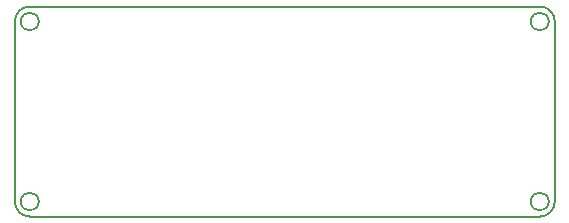
<source format=gbr>
%TF.GenerationSoftware,KiCad,Pcbnew,9.0.4*%
%TF.CreationDate,2025-09-10T23:34:52+05:30*%
%TF.ProjectId,LMR51450,4c4d5235-3134-4353-902e-6b696361645f,rev?*%
%TF.SameCoordinates,Original*%
%TF.FileFunction,Profile,NP*%
%FSLAX46Y46*%
G04 Gerber Fmt 4.6, Leading zero omitted, Abs format (unit mm)*
G04 Created by KiCad (PCBNEW 9.0.4) date 2025-09-10 23:34:52*
%MOMM*%
%LPD*%
G01*
G04 APERTURE LIST*
%TA.AperFunction,Profile*%
%ADD10C,0.200000*%
%TD*%
G04 APERTURE END LIST*
D10*
X198882000Y-72390000D02*
G75*
G02*
X197358000Y-72390000I-762000J0D01*
G01*
X197358000Y-72390000D02*
G75*
G02*
X198882000Y-72390000I762000J0D01*
G01*
X198120000Y-71120000D02*
G75*
G02*
X199390000Y-72390000I0J-1270000D01*
G01*
X153670000Y-87630000D02*
X153670000Y-72390000D01*
X154940000Y-88900000D02*
G75*
G02*
X153670000Y-87630000I0J1270000D01*
G01*
X198120000Y-88900000D02*
X154940000Y-88900000D01*
X154940000Y-71120000D02*
X198120000Y-71120000D01*
X199390000Y-87630000D02*
G75*
G02*
X198120000Y-88900000I-1270000J0D01*
G01*
X153670000Y-72390000D02*
G75*
G02*
X154940000Y-71120000I1270000J0D01*
G01*
X155702000Y-87630000D02*
G75*
G02*
X154178000Y-87630000I-762000J0D01*
G01*
X154178000Y-87630000D02*
G75*
G02*
X155702000Y-87630000I762000J0D01*
G01*
X198882000Y-87630000D02*
G75*
G02*
X197358000Y-87630000I-762000J0D01*
G01*
X197358000Y-87630000D02*
G75*
G02*
X198882000Y-87630000I762000J0D01*
G01*
X199390000Y-72390000D02*
X199390000Y-87630000D01*
X155702000Y-72390000D02*
G75*
G02*
X154178000Y-72390000I-762000J0D01*
G01*
X154178000Y-72390000D02*
G75*
G02*
X155702000Y-72390000I762000J0D01*
G01*
M02*

</source>
